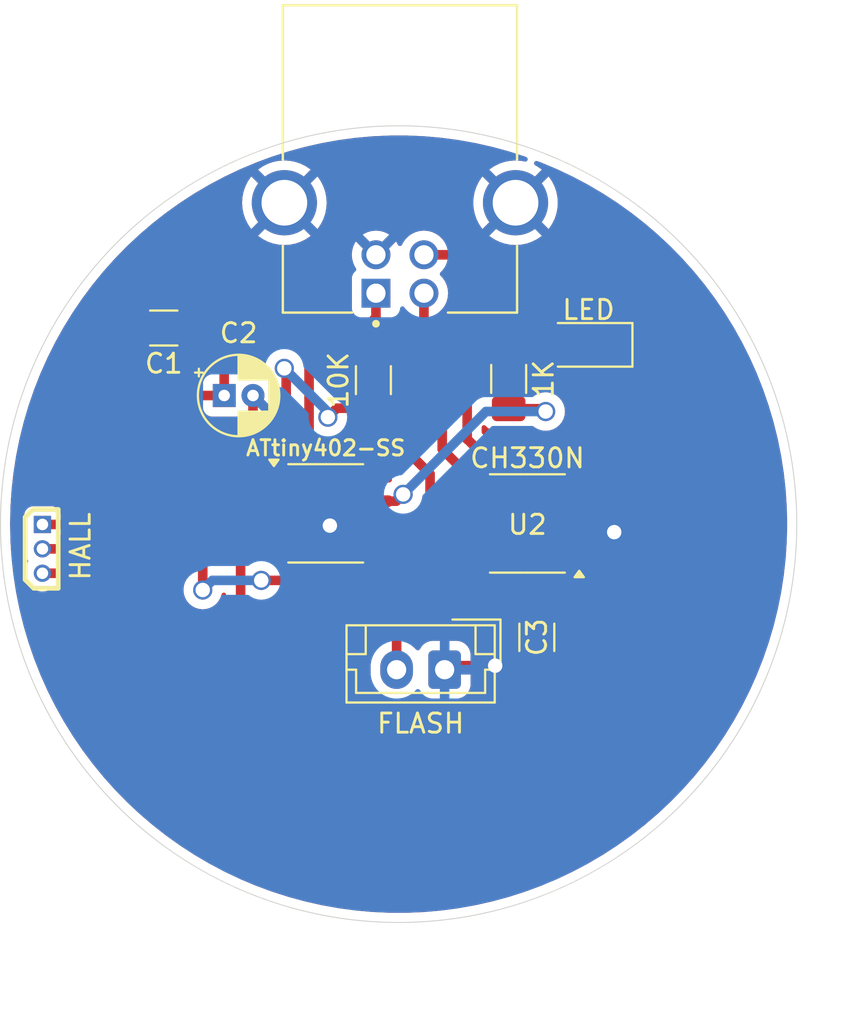
<source format=kicad_pcb>
(kicad_pcb (version 20240108) (generator "pcbnew") (generator_version "8.0")
  (layers (0 "F.Cu" signal) (31 "B.Cu" signal) (34 "B.Paste" user) (35 "F.Paste" user) (36 "B.SilkS" user "B.Silkscreen") (37 "F.SilkS" user "F.Silkscreen") (38 "B.Mask" user) (39 "F.Mask" user) (44 "Edge.Cuts" user))
  (net 0 "")
  (net 1 "GND")
  (net 2 "VCC")
  (net 3 "Net-(U2-V3)")
  (net 4 "Net-(D1-A)")
  (net 5 "D-")
  (net 6 "D+")
  (net 7 "RESET")
  (net 8 "Net-(U1-PA3)")
  (net 9 "OUT")
  (net 10 "TX")
  (net 11 "RX")
  (footprint "Capacitor_SMD:C_1206_3216Metric" (layer "F.Cu") (at 155.729 61.733 180)
    (property "Reference" "C1" (at 0 -1.85 360) (layer "F.SilkS"))
    (property "Value" "C" (hide yes))
    (fp_line (start -0.711252 0.91) (end 0.711252 0.91) (stroke (width 0.12)) (layer "F.SilkS"))
    (fp_line (start -0.711252 -0.91) (end 0.711252 -0.91) (stroke (width 0.12)) (layer "F.SilkS"))
    (pad "1" smd roundrect (at -1.475 0 180) (size 1.15 1.8) (layers "F.Cu" "F.Paste" "F.Mask") (roundrect_rratio 0.217391) (net 2 "VCC"))
    (pad "2" smd roundrect (at 1.475 0 180) (size 1.15 1.8) (layers "F.Cu" "F.Paste" "F.Mask") (roundrect_rratio 0.217391) (net 1 "GND"))
  )
  (footprint "Capacitor_SMD:C_1206_3216Metric" (layer "F.Cu") (at 175.16 77.836 90)
    (property "Reference" "C3" (at 0 0 90) (layer "F.SilkS"))
    (property "Value" "C" (hide yes))
    (fp_line (start -0.711252 -0.91) (end 0.711252 -0.91) (stroke (width 0.12)) (layer "F.SilkS"))
    (fp_line (start -0.711252 0.91) (end 0.711252 0.91) (stroke (width 0.12)) (layer "F.SilkS"))
    (pad "1" smd roundrect (at -1.475 0 90) (size 1.15 1.8) (layers "F.Cu" "F.Paste" "F.Mask") (roundrect_rratio 0.217391) (net 1 "GND"))
    (pad "2" smd roundrect (at 1.475 0 90) (size 1.15 1.8) (layers "F.Cu" "F.Paste" "F.Mask") (roundrect_rratio 0.217391) (net 3 "Net-(U2-V3)"))
  )
  (footprint "LED_SMD:LED_1206_3216Metric" (layer "F.Cu") (at 177.854 62.608 180)
    (property "Reference" "D1" (hide yes))
    (property "Value" "LED" (at 0 1.82 0) (layer "F.SilkS"))
    (fp_line (start 1.6 -1.135) (end -2.285 -1.135) (stroke (width 0.12)) (layer "F.SilkS"))
    (fp_line (start -2.285 1.135) (end 1.6 1.135) (stroke (width 0.12)) (layer "F.SilkS"))
    (fp_line (start -2.285 -1.135) (end -2.285 1.135) (stroke (width 0.12)) (layer "F.SilkS"))
    (pad "1" smd roundrect (at -1.4 0 180) (size 1.25 1.75) (layers "F.Cu" "F.Paste" "F.Mask") (roundrect_rratio 0.2) (net 1 "GND"))
    (pad "2" smd roundrect (at 1.4 0 180) (size 1.25 1.75) (layers "F.Cu" "F.Paste" "F.Mask") (roundrect_rratio 0.2) (net 4 "Net-(D1-A)"))
  )
  (footprint "61729_1010BLF:AMPHENOL_61729-1010BLF" (layer "F.Cu") (at 168.03 55.21 180)
    (property "Reference" "J1" (hide yes))
    (property "Value" "61729-1010BLF" (hide yes))
    (fp_line (start 6.1 10.28) (end 6.1 2.25) (stroke (width 0.127)) (layer "F.SilkS"))
    (fp_line (start 6.1 -2.25) (end 6.1 -5.72) (stroke (width 0.127)) (layer "F.SilkS"))
    (fp_line (start 2.5 -5.72) (end 6.1 -5.72) (stroke (width 0.127)) (layer "F.SilkS"))
    (fp_line (start -6.1 10.28) (end 6.1 10.28) (stroke (width 0.127)) (layer "F.SilkS"))
    (fp_line (start -6.1 2.25) (end -6.1 10.28) (stroke (width 0.127)) (layer "F.SilkS"))
    (fp_line (start -6.1 -5.72) (end -2.5 -5.72) (stroke (width 0.127)) (layer "F.SilkS"))
    (fp_line (start -6.1 -5.72) (end -6.1 -2.25) (stroke (width 0.127)) (layer "F.SilkS"))
    (fp_circle (center 1.25 -6.3) (end 1.35 -6.3) (stroke (width 0.2)) (fill none) (layer "F.SilkS"))
    (pad "1" thru_hole rect (at 1.25 -4.71 180) (size 1.508 1.508) (drill 1) (layers "*.Cu" "*.Mask") (net 2 "VCC"))
    (pad "2" thru_hole circle (at -1.25 -4.71 180) (size 1.508 1.508) (drill 1) (layers "*.Cu" "*.Mask") (net 5 "D-"))
    (pad "3" thru_hole circle (at -1.25 -2.71 180) (size 1.508 1.508) (drill 1) (layers "*.Cu" "*.Mask") (net 6 "D+"))
    (pad "4" thru_hole circle (at 1.25 -2.71 180) (size 1.508 1.508) (drill 1) (layers "*.Cu" "*.Mask") (net 1 "GND"))
    (pad "SH1" thru_hole circle (at -6.02 0 180) (size 3.396 3.396) (drill 2.38) (layers "*.Cu" "*.Mask") (net 1 "GND"))
    (pad "SH2" thru_hole circle (at 6.02 0 180) (size 3.396 3.396) (drill 2.38) (layers "*.Cu" "*.Mask") (net 1 "GND"))
  )
  (footprint "Connector_JST:JST_EH_B2B-EH-A_1x02_P2.50mm_Vertical" (layer "F.Cu") (at 170.357 79.52 180)
    (property "Reference" "FLASH" (at 1.25 -2.8 0) (layer "F.SilkS"))
    (property "Value" "FLASH" (hide yes))
    (fp_line (start 5.11 2.31) (end 5.11 -1.71) (stroke (width 0.12)) (layer "F.SilkS"))
    (fp_line (start 5.11 0.81) (end 4.11 0.81) (stroke (width 0.12)) (layer "F.SilkS"))
    (fp_line (start 5.11 -1.71) (end -2.61 -1.71) (stroke (width 0.12)) (layer "F.SilkS"))
    (fp_line (start 4.61 0) (end 5.11 0) (stroke (width 0.12)) (layer "F.SilkS"))
    (fp_line (start 4.61 -1.21) (end 4.61 0) (stroke (width 0.12)) (layer "F.SilkS"))
    (fp_line (start 4.11 0.81) (end 4.11 2.31) (stroke (width 0.12)) (layer "F.SilkS"))
    (fp_line (start -1.61 0.81) (end -1.61 2.31) (stroke (width 0.12)) (layer "F.SilkS"))
    (fp_line (start -2.11 0) (end -2.11 -1.21) (stroke (width 0.12)) (layer "F.SilkS"))
    (fp_line (start -2.11 -1.21) (end 4.61 -1.21) (stroke (width 0.12)) (layer "F.SilkS"))
    (fp_line (start -2.61 2.31) (end 5.11 2.31) (stroke (width 0.12)) (layer "F.SilkS"))
    (fp_line (start -2.61 0.81) (end -1.61 0.81) (stroke (width 0.12)) (layer "F.SilkS"))
    (fp_line (start -2.61 0) (end -2.11 0) (stroke (width 0.12)) (layer "F.SilkS"))
    (fp_line (start -2.61 -1.71) (end -2.61 2.31) (stroke (width 0.12)) (layer "F.SilkS"))
    (fp_line (start -2.91 2.61) (end -0.41 2.61) (stroke (width 0.12)) (layer "F.SilkS"))
    (fp_line (start -2.91 0.11) (end -2.91 2.61) (stroke (width 0.12)) (layer "F.SilkS"))
    (pad "1" thru_hole roundrect (at 0 0 180) (size 1.7 2) (drill 1) (layers "*.Cu" "*.Mask") (roundrect_rratio 0.147059) (net 1 "GND"))
    (pad "2" thru_hole oval (at 2.5 0 180) (size 1.7 2) (drill 1) (layers "*.Cu" "*.Mask") (net 7 "RESET"))
  )
  (footprint "Resistor_SMD:R_1206_3216Metric" (layer "F.Cu") (at 166.647 64.4455 -90)
    (property "Reference" "R2" (hide yes))
    (property "Value" "10K" (at 0 1.82 90) (layer "F.SilkS"))
    (fp_line (start -0.727064 0.91) (end 0.727064 0.91) (stroke (width 0.12)) (layer "F.SilkS"))
    (fp_line (start -0.727064 -0.91) (end 0.727064 -0.91) (stroke (width 0.12)) (layer "F.SilkS"))
    (pad "1" smd roundrect (at -1.4625 0 270) (size 1.125 1.75) (layers "F.Cu" "F.Paste" "F.Mask") (roundrect_rratio 0.222222) (net 2 "VCC"))
    (pad "2" smd roundrect (at 1.4625 0 270) (size 1.125 1.75) (layers "F.Cu" "F.Paste" "F.Mask") (roundrect_rratio 0.222222) (net 9 "OUT"))
  )
  (footprint "Capacitor_THT:CP_Radial_D4.0mm_P1.50mm" (layer "F.Cu") (at 158.875401 65.246)
    (property "Reference" "C2" (at 0.75 -3.25 360) (layer "F.SilkS"))
    (property "Value" "C_Polarized" (hide yes))
    (fp_line (start -1.519801 -1.195) (end -1.119801 -1.195) (stroke (width 0.12)) (layer "F.SilkS"))
    (fp_line (start -1.319801 -1.395) (end -1.319801 -0.995) (stroke (width 0.12)) (layer "F.SilkS"))
    (fp_line (start 0.75 -2.08) (end 0.75 -0.84) (stroke (width 0.12)) (layer "F.SilkS"))
    (fp_line (start 0.75 0.84) (end 0.75 2.08) (stroke (width 0.12)) (layer "F.SilkS"))
    (fp_line (start 0.79 -2.08) (end 0.79 -0.84) (stroke (width 0.12)) (layer "F.SilkS"))
    (fp_line (start 0.79 0.84) (end 0.79 2.08) (stroke (width 0.12)) (layer "F.SilkS"))
    (fp_line (start 0.83 -2.079) (end 0.83 -0.84) (stroke (width 0.12)) (layer "F.SilkS"))
    (fp_line (start 0.83 0.84) (end 0.83 2.079) (stroke (width 0.12)) (layer "F.SilkS"))
    (fp_line (start 0.87 -2.077) (end 0.87 -0.84) (stroke (width 0.12)) (layer "F.SilkS"))
    (fp_line (start 0.87 0.84) (end 0.87 2.077) (stroke (width 0.12)) (layer "F.SilkS"))
    (fp_line (start 0.91 -2.074) (end 0.91 -0.84) (stroke (width 0.12)) (layer "F.SilkS"))
    (fp_line (start 0.91 0.84) (end 0.91 2.074) (stroke (width 0.12)) (layer "F.SilkS"))
    (fp_line (start 0.95 -2.071) (end 0.95 -0.84) (stroke (width 0.12)) (layer "F.SilkS"))
    (fp_line (start 0.95 0.84) (end 0.95 2.071) (stroke (width 0.12)) (layer "F.SilkS"))
    (fp_line (start 0.99 -2.067) (end 0.99 -0.84) (stroke (width 0.12)) (layer "F.SilkS"))
    (fp_line (start 0.99 0.84) (end 0.99 2.067) (stroke (width 0.12)) (layer "F.SilkS"))
    (fp_line (start 1.03 -2.062) (end 1.03 -0.84) (stroke (width 0.12)) (layer "F.SilkS"))
    (fp_line (start 1.03 0.84) (end 1.03 2.062) (stroke (width 0.12)) (layer "F.SilkS"))
    (fp_line (start 1.07 -2.056) (end 1.07 -0.84) (stroke (width 0.12)) (layer "F.SilkS"))
    (fp_line (start 1.07 0.84) (end 1.07 2.056) (stroke (width 0.12)) (layer "F.SilkS"))
    (fp_line (start 1.11 -2.05) (end 1.11 -0.84) (stroke (width 0.12)) (layer "F.SilkS"))
    (fp_line (start 1.11 0.84) (end 1.11 2.05) (stroke (width 0.12)) (layer "F.SilkS"))
    (fp_line (start 1.15 -2.042) (end 1.15 -0.84) (stroke (width 0.12)) (layer "F.SilkS"))
    (fp_line (start 1.15 0.84) (end 1.15 2.042) (stroke (width 0.12)) (layer "F.SilkS"))
    (fp_line (start 1.19 -2.034) (end 1.19 -0.84) (stroke (width 0.12)) (layer "F.SilkS"))
    (fp_line (start 1.19 0.84) (end 1.19 2.034) (stroke (width 0.12)) (layer "F.SilkS"))
    (fp_line (start 1.23 -2.025) (end 1.23 -0.84) (stroke (width 0.12)) (layer "F.SilkS"))
    (fp_line (start 1.23 0.84) (end 1.23 2.025) (stroke (width 0.12)) (layer "F.SilkS"))
    (fp_line (start 1.27 -2.016) (end 1.27 -0.84) (stroke (width 0.12)) (layer "F.SilkS"))
    (fp_line (start 1.27 0.84) (end 1.27 2.016) (stroke (width 0.12)) (layer "F.SilkS"))
    (fp_line (start 1.31 -2.005) (end 1.31 -0.84) (stroke (width 0.12)) (layer "F.SilkS"))
    (fp_line (start 1.31 0.84) (end 1.31 2.005) (stroke (width 0.12)) (layer "F.SilkS"))
    (fp_line (start 1.35 -1.994) (end 1.35 -0.84) (stroke (width 0.12)) (layer "F.SilkS"))
    (fp_line (start 1.35 0.84) (end 1.35 1.994) (stroke (width 0.12)) (layer "F.SilkS"))
    (fp_line (start 1.39 -1.982) (end 1.39 -0.84) (stroke (width 0.12)) (layer "F.SilkS"))
    (fp_line (start 1.39 0.84) (end 1.39 1.982) (stroke (width 0.12)) (layer "F.SilkS"))
    (fp_line (start 1.43 -1.968) (end 1.43 -0.84) (stroke (width 0.12)) (layer "F.SilkS"))
    (fp_line (start 1.43 0.84) (end 1.43 1.968) (stroke (width 0.12)) (layer "F.SilkS"))
    (fp_line (start 1.471 -1.954) (end 1.471 -0.84) (stroke (width 0.12)) (layer "F.SilkS"))
    (fp_line (start 1.471 0.84) (end 1.471 1.954) (stroke (width 0.12)) (layer "F.SilkS"))
    (fp_line (start 1.511 -1.94) (end 1.511 -0.84) (stroke (width 0.12)) (layer "F.SilkS"))
    (fp_line (start 1.511 0.84) (end 1.511 1.94) (stroke (width 0.12)) (layer "F.SilkS"))
    (fp_line (start 1.551 -1.924) (end 1.551 -0.84) (stroke (width 0.12)) (layer "F.SilkS"))
    (fp_line (start 1.551 0.84) (end 1.551 1.924) (stroke (width 0.12)) (layer "F.SilkS"))
    (fp_line (start 1.591 -1.907) (end 1.591 -0.84) (stroke (width 0.12)) (layer "F.SilkS"))
    (fp_line (start 1.591 0.84) (end 1.591 1.907) (stroke (width 0.12)) (layer "F.SilkS"))
    (fp_line (start 1.631 -1.889) (end 1.631 -0.84) (stroke (width 0.12)) (layer "F.SilkS"))
    (fp_line (start 1.631 0.84) (end 1.631 1.889) (stroke (width 0.12)) (layer "F.SilkS"))
    (fp_line (start 1.671 -1.87) (end 1.671 -0.84) (stroke (width 0.12)) (layer "F.SilkS"))
    (fp_line (start 1.671 0.84) (end 1.671 1.87) (stroke (width 0.12)) (layer "F.SilkS"))
    (fp_line (start 1.711 -1.851) (end 1.711 -0.84) (stroke (width 0.12)) (layer "F.SilkS"))
    (fp_line (start 1.711 0.84) (end 1.711 1.851) (stroke (width 0.12)) (layer "F.SilkS"))
    (fp_line (start 1.751 -1.83) (end 1.751 -0.84) (stroke (width 0.12)) (layer "F.SilkS"))
    (fp_line (start 1.751 0.84) (end 1.751 1.83) (stroke (width 0.12)) (layer "F.SilkS"))
    (fp_line (start 1.791 -1.808) (end 1.791 -0.84) (stroke (width 0.12)) (layer "F.SilkS"))
    (fp_line (start 1.791 0.84) (end 1.791 1.808) (stroke (width 0.12)) (layer "F.SilkS"))
    (fp_line (start 1.831 -1.785) (end 1.831 -0.84) (stroke (width 0.12)) (layer "F.SilkS"))
    (fp_line (start 1.831 0.84) (end 1.831 1.785) (stroke (width 0.12)) (layer "F.SilkS"))
    (fp_line (start 1.871 -1.76) (end 1.871 -0.84) (stroke (width 0.12)) (layer "F.SilkS"))
    (fp_line (start 1.871 0.84) (end 1.871 1.76) (stroke (width 0.12)) (layer "F.SilkS"))
    (fp_line (start 1.911 -1.735) (end 1.911 -0.84) (stroke (width 0.12)) (layer "F.SilkS"))
    (fp_line (start 1.911 0.84) (end 1.911 1.735) (stroke (width 0.12)) (layer "F.SilkS"))
    (fp_line (start 1.951 -1.708) (end 1.951 -0.84) (stroke (width 0.12)) (layer "F.SilkS"))
    (fp_line (start 1.951 0.84) (end 1.951 1.708) (stroke (width 0.12)) (layer "F.SilkS"))
    (fp_line (start 1.991 -1.68) (end 1.991 -0.84) (stroke (width 0.12)) (layer "F.SilkS"))
    (fp_line (start 1.991 0.84) (end 1.991 1.68) (stroke (width 0.12)) (layer "F.SilkS"))
    (fp_line (start 2.031 -1.65) (end 2.031 -0.84) (stroke (width 0.12)) (layer "F.SilkS"))
    (fp_line (start 2.031 0.84) (end 2.031 1.65) (stroke (width 0.12)) (layer "F.SilkS"))
    (fp_line (start 2.071 -1.619) (end 2.071 -0.84) (stroke (width 0.12)) (layer "F.SilkS"))
    (fp_line (start 2.071 0.84) (end 2.071 1.619) (stroke (width 0.12)) (layer "F.SilkS"))
    (fp_line (start 2.111 -1.587) (end 2.111 -0.84) (stroke (width 0.12)) (layer "F.SilkS"))
    (fp_line (start 2.111 0.84) (end 2.111 1.587) (stroke (width 0.12)) (layer "F.SilkS"))
    (fp_line (start 2.151 -1.552) (end 2.151 -0.84) (stroke (width 0.12)) (layer "F.SilkS"))
    (fp_line (start 2.151 0.84) (end 2.151 1.552) (stroke (width 0.12)) (layer "F.SilkS"))
    (fp_line (start 2.191 -1.516) (end 2.191 -0.84) (stroke (width 0.12)) (layer "F.SilkS"))
    (fp_line (start 2.191 0.84) (end 2.191 1.516) (stroke (width 0.12)) (layer "F.SilkS"))
    (fp_line (start 2.231 -1.478) (end 2.231 -0.84) (stroke (width 0.12)) (layer "F.SilkS"))
    (fp_line (start 2.231 0.84) (end 2.231 1.478) (stroke (width 0.12)) (layer "F.SilkS"))
    (fp_line (start 2.271 -1.438) (end 2.271 -0.84) (stroke (width 0.12)) (layer "F.SilkS"))
    (fp_line (start 2.271 0.84) (end 2.271 1.438) (stroke (width 0.12)) (layer "F.SilkS"))
    (fp_line (start 2.311 -1.396) (end 2.311 -0.84) (stroke (width 0.12)) (layer "F.SilkS"))
    (fp_line (start 2.311 0.84) (end 2.311 1.396) (stroke (width 0.12)) (layer "F.SilkS"))
    (fp_line (start 2.351 -1.351) (end 2.351 1.351) (stroke (width 0.12)) (layer "F.SilkS"))
    (fp_line (start 2.391 -1.304) (end 2.391 1.304) (stroke (width 0.12)) (layer "F.SilkS"))
    (fp_line (start 2.431 -1.254) (end 2.431 1.254) (stroke (width 0.12)) (layer "F.SilkS"))
    (fp_line (start 2.471 -1.2) (end 2.471 1.2) (stroke (width 0.12)) (layer "F.SilkS"))
    (fp_line (start 2.511 -1.142) (end 2.511 1.142) (stroke (width 0.12)) (layer "F.SilkS"))
    (fp_line (start 2.551 -1.08) (end 2.551 1.08) (stroke (width 0.12)) (layer "F.SilkS"))
    (fp_line (start 2.591 -1.013) (end 2.591 1.013) (stroke (width 0.12)) (layer "F.SilkS"))
    (fp_line (start 2.631 -0.94) (end 2.631 0.94) (stroke (width 0.12)) (layer "F.SilkS"))
    (fp_line (start 2.671 -0.859) (end 2.671 0.859) (stroke (width 0.12)) (layer "F.SilkS"))
    (fp_line (start 2.711 -0.768) (end 2.711 0.768) (stroke (width 0.12)) (layer "F.SilkS"))
    (fp_line (start 2.751 -0.664) (end 2.751 0.664) (stroke (width 0.12)) (layer "F.SilkS"))
    (fp_line (start 2.791 -0.537) (end 2.791 0.537) (stroke (width 0.12)) (layer "F.SilkS"))
    (fp_line (start 2.831 -0.37) (end 2.831 0.37) (stroke (width 0.12)) (layer "F.SilkS"))
    (fp_circle (center 0.75 0) (end 2.87 0) (stroke (width 0.12)) (fill none) (layer "F.SilkS"))
    (pad "1" thru_hole rect (at 0 0) (size 1.2 1.2) (drill 0.6) (layers "*.Cu" "*.Mask") (net 2 "VCC"))
    (pad "2" thru_hole circle (at 1.5 0) (size 1.2 1.2) (drill 0.6) (layers "*.Cu" "*.Mask") (net 1 "GND"))
  )
  (footprint "Resistor_SMD:R_1206_3216Metric_Pad1.30x1.75mm_HandSolder" (layer "F.Cu") (at 173.693 64.383 90)
    (property "Reference" "R1" (hide yes))
    (property "Value" "1K" (at 0 1.82 90) (layer "F.SilkS"))
    (fp_line (start -0.727064 -0.91) (end 0.727064 -0.91) (stroke (width 0.12)) (layer "F.SilkS"))
    (fp_line (start -0.727064 0.91) (end 0.727064 0.91) (stroke (width 0.12)) (layer "F.SilkS"))
    (pad "1" smd roundrect (at -1.55 0 90) (size 1.3 1.75) (layers "F.Cu" "F.Paste" "F.Mask") (roundrect_rratio 0.192308) (net 8 "Net-(U1-PA3)"))
    (pad "2" smd roundrect (at 1.55 0 90) (size 1.3 1.75) (layers "F.Cu" "F.Paste" "F.Mask") (roundrect_rratio 0.192308) (net 4 "Net-(D1-A)"))
  )
  (footprint "Package_SO:SOIC-8_3.9x4.9mm_P1.27mm" (layer "F.Cu") (at 164.165 71.382)
    (property "Reference" "ATtiny402-SS" (at 0 -3.4 0) (layer "F.SilkS") (effects (font (size 0.8 0.8))))
    (property "Value" "ATtiny402-SS" (hide yes))
    (fp_line (start 0 -2.56) (end -1.95 -2.56) (stroke (width 0.12)) (layer "F.SilkS"))
    (fp_line (start 0 -2.56) (end 1.95 -2.56) (stroke (width 0.12)) (layer "F.SilkS"))
    (fp_line (start 0 2.56) (end -1.95 2.56) (stroke (width 0.12)) (layer "F.SilkS"))
    (fp_line (start 0 2.56) (end 1.95 2.56) (stroke (width 0.12)) (layer "F.SilkS"))
    (fp_poly (pts (xy -2.7 -2.465) (xy -2.94 -2.795) (xy -2.46 -2.795) (xy -2.7 -2.465)) (stroke (width 0.12)) (fill solid) (layer "F.SilkS"))
    (pad "1" smd roundrect (at -2.475 -1.905) (size 1.95 0.6) (layers "F.Cu" "F.Paste" "F.Mask") (net 2 "VCC"))
    (pad "2" smd roundrect (at -2.475 -0.635) (size 1.95 0.6) (layers "F.Cu" "F.Paste" "F.Mask") (net 11 "RX"))
    (pad "3" smd roundrect (at -2.475 0.635) (size 1.95 0.6) (layers "F.Cu" "F.Paste" "F.Mask") (net 10 "TX"))
    (pad "4" smd roundrect (at -2.475 1.905) (size 1.95 0.6) (layers "F.Cu" "F.Paste" "F.Mask"))
    (pad "5" smd roundrect (at 2.475 1.905) (size 1.95 0.6) (layers "F.Cu" "F.Paste" "F.Mask") (net 9 "OUT"))
    (pad "6" smd roundrect (at 2.475 0.635) (size 1.95 0.6) (layers "F.Cu" "F.Paste" "F.Mask") (net 7 "RESET"))
    (pad "7" smd roundrect (at 2.475 -0.635) (size 1.95 0.6) (layers "F.Cu" "F.Paste" "F.Mask") (net 8 "Net-(U1-PA3)"))
    (pad "8" smd roundrect (at 2.475 -1.905) (size 1.95 0.6) (layers "F.Cu" "F.Paste" "F.Mask") (net 1 "GND"))
  )
  (footprint "Package_SO:SOIC-8_3.9x4.9mm_P1.27mm" (layer "F.Cu") (at 174.668 71.907 180)
    (property "Reference" "U2" (at 0 -0.065 360) (layer "F.SilkS"))
    (property "Value" "CH330N" (at 0 3.4 0) (layer "F.SilkS"))
    (fp_line (start 0 2.56) (end 1.95 2.56) (stroke (width 0.12)) (layer "F.SilkS"))
    (fp_line (start 0 2.56) (end -1.95 2.56) (stroke (width 0.12)) (layer "F.SilkS"))
    (fp_line (start 0 -2.56) (end 1.95 -2.56) (stroke (width 0.12)) (layer "F.SilkS"))
    (fp_line (start 0 -2.56) (end -1.95 -2.56) (stroke (width 0.12)) (layer "F.SilkS"))
    (fp_poly (pts (xy -2.7 -2.465) (xy -2.94 -2.795) (xy -2.46 -2.795) (xy -2.7 -2.465)) (stroke (width 0.12)) (fill solid) (layer "F.SilkS"))
    (pad "1" smd roundrect (at -2.475 -1.905 180) (size 1.95 0.6) (layers "F.Cu" "F.Paste" "F.Mask") (net 6 "D+"))
    (pad "2" smd roundrect (at -2.475 -0.635 180) (size 1.95 0.6) (layers "F.Cu" "F.Paste" "F.Mask") (net 5 "D-"))
    (pad "3" smd roundrect (at -2.475 0.635 180) (size 1.95 0.6) (layers "F.Cu" "F.Paste" "F.Mask") (net 1 "GND"))
    (pad "4" smd roundrect (at -2.475 1.905 180) (size 1.95 0.6) (layers "F.Cu" "F.Paste" "F.Mask"))
    (pad "5" smd roundrect (at 2.475 1.905 180) (size 1.95 0.6) (layers "F.Cu" "F.Paste" "F.Mask") (net 2 "VCC"))
    (pad "6" smd roundrect (at 2.475 0.635 180) (size 1.95 0.6) (layers "F.Cu" "F.Paste" "F.Mask") (net 11 "RX"))
    (pad "7" smd roundrect (at 2.475 -0.635 180) (size 1.95 0.6) (layers "F.Cu" "F.Paste" "F.Mask") (net 10 "TX"))
    (pad "8" smd roundrect (at 2.475 -1.905 180) (size 1.95 0.6) (layers "F.Cu" "F.Paste" "F.Mask") (net 3 "Net-(U2-V3)"))
  )
  (footprint "easyeda2kicad:TO-92S-3_L4.1-W1.7-P1.27-L" (layer "F.Cu") (at 149.4075 73.23 -90)
    (property "Reference" "HALL" (at -0.13 -1.9825 90) (layer "F.SilkS"))
    (property "Value" "A3144EUA-T-JSM" (hide yes))
    (fp_line (start -1.65 0.9) (end -2.05 0.5) (stroke (width 0.25)) (layer "F.SilkS"))
    (fp_line (start -1.6 0.9) (end -1.65 0.9) (stroke (width 0.25)) (layer "F.SilkS"))
    (fp_line (start -1.6 0.9) (end 1.6 0.9) (stroke (width 0.25)) (layer "F.SilkS"))
    (fp_line (start 1.6 0.9) (end 2.05 0.45) (stroke (width 0.25)) (layer "F.SilkS"))
    (fp_line (start -2.05 0.5) (end -2.05 -0.82) (stroke (width 0.25)) (layer "F.SilkS"))
    (fp_line (start 2.05 -0.82) (end 2.05 0.45) (stroke (width 0.25)) (layer "F.SilkS"))
    (fp_line (start 2.05 -0.82) (end -2.05 -0.82) (stroke (width 0.25)) (layer "F.SilkS"))
    (pad "1" thru_hole rect (at -1.27 0 270) (size 0.9 0.9) (drill 0.599999) (layers "*.Cu" "*.Mask") (net 2 "VCC"))
    (pad "2" thru_hole circle (at 0 0 270) (size 0.9 0.9) (drill 0.599999) (layers "*.Cu" "*.Mask") (net 1 "GND"))
    (pad "3" thru_hole circle (at 1.27 0 270) (size 0.9 0.9) (drill 0.599999) (layers "*.Cu" "*.Mask") (net 9 "OUT"))
  )
  (gr_circle (center 167.961 71.943) (end 147.223 71.943) (stroke (width 0.05)) (fill none) (layer "Edge.Cuts"))
  (gr_text "Rev V1.0 \nRPM\nBy azaslavskis" (at 161.75 89.55 0) (layer "F.Cu") (effects (font (size 1.2 1.2) (thickness 0.3) (bold yes)) (justify left bottom)))
  (segment (start 158.689051 67.97) (end 158.15 67.97) (width 0.5) (layer "F.Cu") (net 1))
  (segment (start 179.17 71.85) (end 179.19 71.87) (width 0.5) (layer "F.Cu") (net 1))
  (segment (start 179.19 71.87) (end 179.19 72.36) (width 0.5) (layer "F.Cu") (net 1))
  (segment (start 158.15 67.97) (end 158.15 71.07) (width 0.5) (layer "F.Cu") (net 1))
  (segment (start 177.143 71.272) (end 178.862 71.272) (width 0.5) (layer "F.Cu") (net 1))
  (segment (start 160.375401 65.246) (end 160.375401 66.674599) (width 0.5) (layer "F.Cu") (net 1))
  (segment (start 166.64 69.477) (end 166.082316 69.477) (width 0.5) (layer "F.Cu") (net 1))
  (segment (start 178.862 71.272) (end 179.17 71.58) (width 0.5) (layer "F.Cu") (net 1))
  (segment (start 172.99 79.311) (end 170.566 79.311) (width 0.5) (layer "F.Cu") (net 1))
  (segment (start 160.03 67.02) (end 159.639051 67.02) (width 0.5) (layer "F.Cu") (net 1))
  (segment (start 170.566 79.311) (end 170.357 79.52) (width 0.5) (layer "F.Cu") (net 1))
  (segment (start 164.38 71.179316) (end 164.38 72.02) (width 0.5) (layer "F.Cu") (net 1))
  (segment (start 155.99 73.23) (end 149.4075 73.23) (width 0.5) (layer "F.Cu") (net 1))
  (segment (start 159.639051 67.02) (end 158.689051 67.97) (width 0.5) (layer "F.Cu") (net 1))
  (segment (start 160.375401 66.674599) (end 160.03 67.02) (width 0.5) (layer "F.Cu") (net 1))
  (segment (start 166.082316 69.477) (end 164.38 71.179316) (width 0.5) (layer "F.Cu") (net 1))
  (segment (start 175.16 79.311) (end 172.99 79.311) (width 0.5) (layer "F.Cu") (net 1))
  (segment (start 179.17 71.58) (end 179.17 71.85) (width 0.5) (layer "F.Cu") (net 1))
  (segment (start 158.15 71.07) (end 155.99 73.23) (width 0.5) (layer "F.Cu") (net 1))
  (via (at 164.38 72.02) (size 1) (drill 0.75) (layers "F.Cu" "B.Cu") (net 1))
  (via (at 179.19 72.36) (size 1) (drill 0.75) (layers "F.Cu" "B.Cu") (net 1))
  (via (at 172.99 79.311) (size 1) (drill 0.75) (layers "F.Cu" "B.Cu") (net 1))
  (segment (start 179.19 78.69) (end 178.5 79.38) (width 0.5) (layer "B.Cu") (net 1))
  (segment (start 179.19 72.36) (end 179.19 78.69) (width 0.5) (layer "B.Cu") (net 1))
  (segment (start 173.059 79.38) (end 172.99 79.311) (width 0.5) (layer "B.Cu") (net 1))
  (segment (start 178.5 79.38) (end 173.059 79.38) (width 0.5) (layer "B.Cu") (net 1))
  (segment (start 166.711 61.249) (end 166.78 61.18) (width 0.5) (layer "F.Cu") (net 2))
  (segment (start 157.204 61.733) (end 159.212 61.733) (width 0.5) (layer "F.Cu") (net 2))
  (segment (start 168.232 62.983) (end 166.647 62.983) (width 0.5) (layer "F.Cu") (net 2))
  (segment (start 163.497 61.682) (end 166.278 61.682) (width 0.5) (layer "F.Cu") (net 2))
  (segment (start 158.875401 65.246) (end 158.875401 62.069599) (width 0.5) (layer "F.Cu") (net 2))
  (segment (start 149.4075 71.96) (end 153.58 71.96) (width 0.5) (layer "F.Cu") (net 2))
  (segment (start 170.232 68.041) (end 170.232 64.983) (width 0.5) (layer "F.Cu") (net 2))
  (segment (start 159.212 61.733) (end 159.263 61.682) (width 0.5) (layer "F.Cu") (net 2))
  (segment (start 154.1885 71.3515) (end 154.1885 67.1565) (width 0.5) (layer "F.Cu") (net 2))
  (segment (start 163.297 67.87) (end 163.297 61.882) (width 0.5) (layer "F.Cu") (net 2))
  (segment (start 166.78 61.18) (end 166.78 59.92) (width 0.5) (layer "F.Cu") (net 2))
  (segment (start 166.278 61.682) (end 166.711 61.249) (width 0.5) (layer "F.Cu") (net 2))
  (segment (start 172.193 70.002) (end 170.232 68.041) (width 0.5) (layer "F.Cu") (net 2))
  (segment (start 163.297 61.882) (end 163.497 61.682) (width 0.5) (layer "F.Cu") (net 2))
  (segment (start 153.58 71.96) (end 154.1885 71.3515) (width 0.5) (layer "F.Cu") (net 2))
  (segment (start 170.232 64.983) (end 168.232 62.983) (width 0.5) (layer "F.Cu") (net 2))
  (segment (start 161.69 69.477) (end 163.297 67.87) (width 0.5) (layer "F.Cu") (net 2))
  (segment (start 154.1885 67.1565) (end 156.099 65.246) (width 0.5) (layer "F.Cu") (net 2))
  (segment (start 166.711 61.249) (end 166.711 62.919) (width 0.5) (layer "F.Cu") (net 2))
  (segment (start 159.263 61.682) (end 163.497 61.682) (width 0.5) (layer "F.Cu") (net 2))
  (segment (start 166.711 62.919) (end 166.647 62.983) (width 0.5) (layer "F.Cu") (net 2))
  (segment (start 156.099 65.246) (end 158.875401 65.246) (width 0.5) (layer "F.Cu") (net 2))
  (segment (start 158.875401 62.069599) (end 159.263 61.682) (width 0.5) (layer "F.Cu") (net 2))
  (segment (start 174.742 76.361) (end 172.193 73.812) (width 0.5) (layer "F.Cu") (net 3))
  (segment (start 175.16 76.361) (end 174.742 76.361) (width 0.5) (layer "F.Cu") (net 3))
  (segment (start 176.454 62.608) (end 173.918 62.608) (width 0.5) (layer "F.Cu") (net 4))
  (segment (start 173.918 62.608) (end 173.693 62.833) (width 0.5) (layer "F.Cu") (net 4))
  (segment (start 175.333 71.314316) (end 175.333 72.335) (width 0.5) (layer "F.Cu") (net 5))
  (segment (start 175.54 72.542) (end 177.143 72.542) (width 0.5) (layer "F.Cu") (net 5))
  (segment (start 175.333 72.335) (end 175.54 72.542) (width 0.5) (layer "F.Cu") (net 5))
  (segment (start 171.532 63.682) (end 171.532 67.534) (width 0.5) (layer "F.Cu") (net 5))
  (segment (start 169.211 61.361) (end 171.532 63.682) (width 0.5) (layer "F.Cu") (net 5))
  (segment (start 169.211 61.361) (end 169.28 61.292) (width 0.5) (layer "F.Cu") (net 5))
  (segment (start 169.28 61.292) (end 169.28 59.92) (width 0.5) (layer "F.Cu") (net 5))
  (segment (start 171.532 67.534) (end 171.552684 67.534) (width 0.5) (layer "F.Cu") (net 5))
  (segment (start 171.552684 67.534) (end 175.333 71.314316) (width 0.5) (layer "F.Cu") (net 5))
  (segment (start 179.958 73.812) (end 177.143 73.812) (width 0.5) (layer "F.Cu") (net 6))
  (segment (start 180.336 61.587) (end 180.336 73.59) (width 0.5) (layer "F.Cu") (net 6))
  (segment (start 180.586 60.137) (end 181.186 60.737) (width 0.5) (layer "F.Cu") (net 6))
  (segment (start 180.336 73.59) (end 180.036 73.89) (width 0.5) (layer "F.Cu") (net 6))
  (segment (start 171.634 60.137) (end 180.586 60.137) (width 0.5) (layer "F.Cu") (net 6))
  (segment (start 181.186 60.737) (end 180.336 61.587) (width 0.5) (layer "F.Cu") (net 6))
  (segment (start 180.036 73.89) (end 179.958 73.812) (width 0.5) (layer "F.Cu") (net 6))
  (segment (start 171.634 58.3655) (end 171.634 60.137) (width 0.5) (layer "F.Cu") (net 6))
  (segment (start 169.28 57.92) (end 171.1885 57.92) (width 0.5) (layer "F.Cu") (net 6))
  (segment (start 171.1885 57.92) (end 171.634 58.3655) (width 0.5) (layer "F.Cu") (net 6))
  (segment (start 168.784 75.154) (end 168.784 72.132) (width 0.5) (layer "F.Cu") (net 7))
  (segment (start 167.857 76.139) (end 167.828 76.11) (width 0.5) (layer "F.Cu") (net 7))
  (segment (start 167.828 76.11) (end 168.784 75.154) (width 0.5) (layer "F.Cu") (net 7))
  (segment (start 168.669 72.017) (end 166.64 72.017) (width 0.5) (layer "F.Cu") (net 7))
  (segment (start 167.857 79.52) (end 167.857 76.139) (width 0.5) (layer "F.Cu") (net 7))
  (segment (start 168.784 72.132) (end 168.669 72.017) (width 0.5) (layer "F.Cu") (net 7))
  (segment (start 167.842 70.747) (end 168.1965 70.3925) (width 0.5) (layer "F.Cu") (net 8))
  (segment (start 166.64 70.747) (end 167.842 70.747) (width 0.5) (layer "F.Cu") (net 8))
  (segment (start 173.693 65.933) (end 175.473 65.933) (width 0.5) (layer "F.Cu") (net 8))
  (segment (start 168.1965 70.3925) (end 168.274 70.315) (width 0.5) (layer "F.Cu") (net 8))
  (segment (start 175.473 65.933) (end 175.62 66.08) (width 0.5) (layer "F.Cu") (net 8))
  (segment (start 175.62 66.08) (end 175.698 66.158) (width 0.5) (layer "F.Cu") (net 8))
  (via (at 168.1965 70.3925) (size 1) (drill 0.75) (layers "F.Cu" "B.Cu") (net 8))
  (via (at 175.62 66.08) (size 1) (drill 0.75) (layers "F.Cu" "B.Cu") (net 8))
  (segment (start 172.509 66.08) (end 168.1965 70.3925) (width 0.5) (layer "B.Cu") (net 8))
  (segment (start 175.62 66.08) (end 172.509 66.08) (width 0.5) (layer "B.Cu") (net 8))
  (segment (start 166.647 65.908) (end 164.74 65.908) (width 0.5) (layer "F.Cu") (net 9))
  (segment (start 149.4075 74.5) (end 156.084 74.5) (width 0.5) (layer "F.Cu") (net 9))
  (segment (start 164.888 73.287) (end 164.773 73.172) (width 0.5) (layer "F.Cu") (net 9))
  (segment (start 160.805 74.872) (end 160.672 74.872) (width 0.5) (layer "F.Cu") (net 9))
  (segment (start 157.7585 72.8255) (end 157.7585 75.372) (width 0.5) (layer "F.Cu") (net 9))
  (segment (start 163.073 74.872) (end 160.805 74.872) (width 0.5) (layer "F.Cu") (net 9))
  (segment (start 164.74 65.908) (end 164.275 66.373) (width 0.5) (layer "F.Cu") (net 9))
  (segment (start 159.123 71.461) (end 159.123 68.526) (width 0.5) (layer "F.Cu") (net 9))
  (segment (start 159.123 68.526) (end 160.718 68.526) (width 0.5) (layer "F.Cu") (net 9))
  (segment (start 166.64 73.287) (end 164.888 73.287) (width 0.5) (layer "F.Cu") (net 9))
  (segment (start 157.7585 75.372) (end 157.7585 75.4265) (width 0.5) (layer "F.Cu") (net 9))
  (segment (start 156.084 74.5) (end 157.7585 72.8255) (width 0.5) (layer "F.Cu") (net 9))
  (segment (start 160.718 68.526) (end 162.105 67.139) (width 0.5) (layer "F.Cu") (net 9))
  (segment (start 162.105 63.932) (end 162.006 63.833) (width 0.5) (layer "F.Cu") (net 9))
  (segment (start 162.105 67.139) (end 162.105 63.932) (width 0.5) (layer "F.Cu") (net 9))
  (segment (start 157.7585 72.8255) (end 159.123 71.461) (width 0.5) (layer "F.Cu") (net 9))
  (segment (start 157.7585 75.4265) (end 157.805 75.473) (width 0.5) (layer "F.Cu") (net 9))
  (segment (start 164.773 73.172) (end 163.073 74.872) (width 0.5) (layer "F.Cu") (net 9))
  (via (at 160.805 74.872) (size 1) (drill 0.75) (layers "F.Cu" "B.Cu") (net 9))
  (via (at 157.7585 75.372) (size 1) (drill 0.75) (layers "F.Cu" "B.Cu") (net 9))
  (via (at 162.006 63.833) (size 1) (drill 0.75) (layers "F.Cu" "B.Cu") (net 9))
  (via (at 164.275 66.373) (size 1) (drill 0.75) (layers "F.Cu" "B.Cu") (net 9))
  (segment (start 158.2585 74.872) (end 157.7585 75.372) (width 0.5) (layer "B.Cu") (net 9))
  (segment (start 164.275 66.102) (end 162.006 63.833) (width 0.5) (layer "B.Cu") (net 9))
  (segment (start 164.275 66.373) (end 164.275 66.102) (width 0.5) (layer "B.Cu") (net 9))
  (segment (start 160.805 74.872) (end 158.2585 74.872) (width 0.5) (layer "B.Cu") (net 9))
  (segment (start 161.69 72.017) (end 160.152 72.017) (width 0.5) (layer "F.Cu") (net 10))
  (segment (start 159.73 72.439) (end 159.73 80.707) (width 0.5) (layer "F.Cu") (net 10))
  (segment (start 160.152 72.017) (end 159.73 72.439) (width 0.5) (layer "F.Cu") (net 10))
  (segment (start 173.312878 72.542) (end 172.193 72.542) (width 0.5) (layer "F.Cu") (net 10))
  (segment (start 177.093 76.322122) (end 173.312878 72.542) (width 0.5) (layer "F.Cu") (net 10))
  (segment (start 176.004 81.741) (end 177.093 80.652) (width 0.5) (layer "F.Cu") (net 10))
  (segment (start 159.73 80.707) (end 160.764 81.741) (width 0.5) (layer "F.Cu") (net 10))
  (segment (start 177.093 80.652) (end 177.093 76.322122) (width 0.5) (layer "F.Cu") (net 10))
  (segment (start 160.764 81.741) (end 176.004 81.741) (width 0.5) (layer "F.Cu") (net 10))
  (segment (start 163.522 70.747) (end 161.69 70.747) (width 0.5) (layer "F.Cu") (net 11))
  (segment (start 169.699 71.272) (end 169.599 71.172) (width 0.5) (layer "F.Cu") (net 11))
  (segment (start 169.599 69.339) (end 168.265 68.005) (width 0.5) (layer "F.Cu") (net 11))
  (segment (start 164.498 69.771) (end 163.522 70.747) (width 0.5) (layer "F.Cu") (net 11))
  (segment (start 169.599 71.172) (end 169.599 69.339) (width 0.5) (layer "F.Cu") (net 11))
  (segment (start 168.265 68.005) (end 164.498 68.005) (width 0.5) (layer "F.Cu") (net 11))
  (segment (start 164.498 68.005) (end 164.498 69.771) (width 0.5) (layer "F.Cu") (net 11))
  (segment (start 172.193 71.272) (end 169.699 71.272) (width 0.5) (layer "F.Cu") (net 11))
  (zone (net 1) (net_name "GND") (layers "F&B.Cu") (connect_pads (clearance 0.5)) (min_thickness 0.25) (fill yes (thermal_gap 0.5) (thermal_bridge_width 0.5))
    (polygon (pts (xy 147.468173 86.175163) (xy 147.468173 57.94) (xy 156.088173 49.32) (xy 156.088173 46.89) (xy 157.760294 44.79) (xy 167.498173 45.14) (xy 170.391269 45.34) (xy 181.147816 52.376699) (xy 187.19 59.21) (xy 189.5 60.904929) (xy 189.33 61.53) (xy 191.21 63.79) (xy 191.43 67.1) (xy 189.028173 75.871033) (xy 187.328564 81.051389) (xy 182.994711 86.172147) (xy 171.175415 97.991443)))
  )
)
</source>
